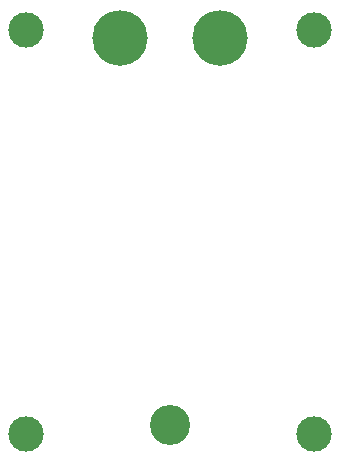
<source format=gbr>
%TF.GenerationSoftware,KiCad,Pcbnew,(6.0.9)*%
%TF.CreationDate,2023-08-06T12:59:50+02:00*%
%TF.ProjectId,Vectrex_Lightpen_2,56656374-7265-4785-9f4c-696768747065,rev?*%
%TF.SameCoordinates,Original*%
%TF.FileFunction,NonPlated,1,2,NPTH,Drill*%
%TF.FilePolarity,Positive*%
%FSLAX46Y46*%
G04 Gerber Fmt 4.6, Leading zero omitted, Abs format (unit mm)*
G04 Created by KiCad (PCBNEW (6.0.9)) date 2023-08-06 12:59:50*
%MOMM*%
%LPD*%
G01*
G04 APERTURE LIST*
%TA.AperFunction,ComponentDrill*%
%ADD10C,3.000000*%
%TD*%
%TA.AperFunction,ComponentDrill*%
%ADD11C,3.400000*%
%TD*%
%TA.AperFunction,ComponentDrill*%
%ADD12C,4.700000*%
%TD*%
G04 APERTURE END LIST*
D10*
%TO.C,REF6*%
X131526800Y-64750000D03*
%TO.C,REF1*%
X131526800Y-99010800D03*
%TO.C,REF3*%
X155930400Y-64750000D03*
%TO.C,REF2*%
X155930400Y-99010800D03*
D11*
%TO.C,REF7*%
X143763900Y-98250000D03*
D12*
%TO.C,REF5*%
X139505000Y-65500000D03*
%TO.C,REF\u002A\u002A*%
X148005000Y-65500000D03*
M02*

</source>
